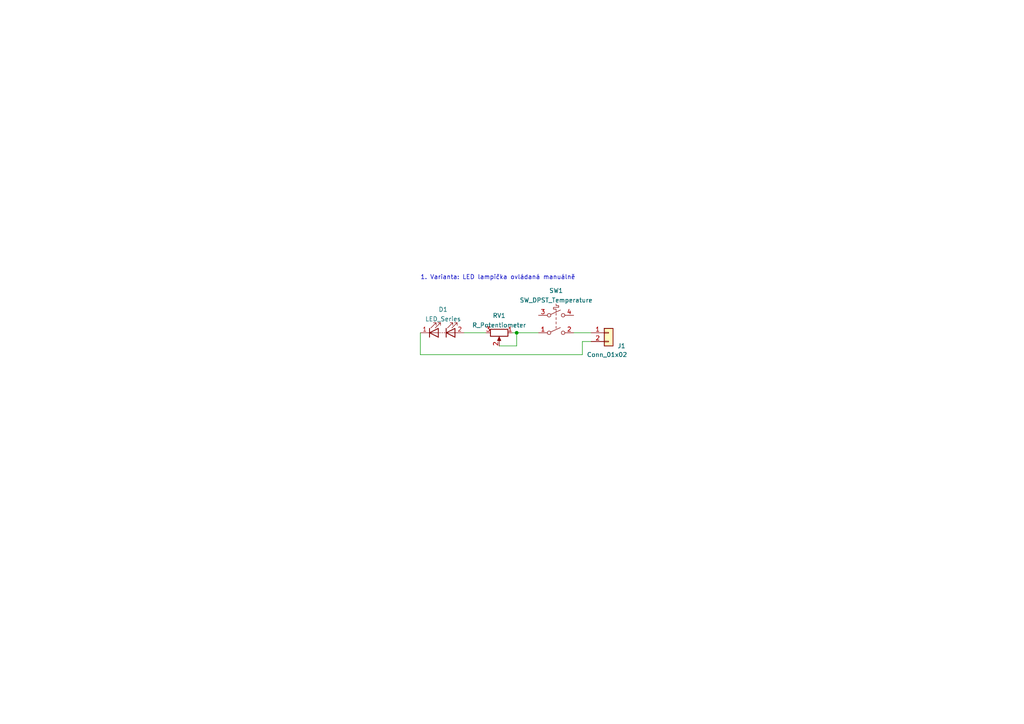
<source format=kicad_sch>
(kicad_sch (version 20211123) (generator eeschema)
  (paper "A4")
  (lib_symbols
    (symbol "Connector_Generic:Conn_01x02" (pin_names (offset 1.016) hide)
      (property "Reference" "J" (at 0 2.54 0))
      (property "Value" "Conn_01x02" (at 0 -5.08 0))
      (symbol "Conn_01x02_1_1"
        (rectangle (start -1.27 -2.413) (end 0 -2.667) (stroke (width 0.1524)))
        (rectangle (start -1.27 0.127) (end 0 -0.127) (stroke (width 0.1524)))
        (rectangle (start -1.27 1.27) (end 1.27 -3.81) (stroke (width 0.254)) (fill (type background)))
        (pin passive line (at -5.08 0 0) (length 3.81) (name "Pin_1") (number "1"))
        (pin passive line (at -5.08 -2.54 0) (length 3.81) (name "Pin_2") (number "2"))
      )
    )
    (symbol "Device:LED_Series" (pin_names (offset 1.016) hide)
      (property "Reference" "D" (at 0 5.715 0))
      (property "Value" "LED_Series" (at 0 3.81 0))
      (symbol "LED_Series_0_1"
        (polyline (pts (xy -3.81 0) (xy -1.016 0)))
        (polyline (pts (xy -3.683 -1.27) (xy -3.683 1.27)) (stroke (width 0.254)))
        (polyline (pts (xy -0.508 0) (xy -0.762 0)))
        (polyline (pts (xy 0.127 0) (xy -0.127 0)))
        (polyline (pts (xy 0.508 0) (xy 0.762 0)))
        (polyline (pts (xy 1.016 0) (xy 3.81 0)))
        (polyline (pts (xy 1.143 -1.27) (xy 1.143 1.27)) (stroke (width 0.254)))
        (polyline (pts (xy -1.143 -1.27) (xy -1.143 1.27) (xy -3.683 0) (xy -1.143 -1.27)) (stroke (width 0.254)))
        (polyline (pts (xy 3.683 -1.27) (xy 3.683 1.27) (xy 1.143 0) (xy 3.683 -1.27)) (stroke (width 0.254)))
        (polyline (pts (xy -3.302 1.397) (xy -1.778 2.921) (xy -2.54 2.921) (xy -1.778 2.921) (xy -1.778 2.159)))
        (polyline (pts (xy -2.032 1.397) (xy -0.508 2.921) (xy -1.27 2.921) (xy -0.508 2.921) (xy -0.508 2.159)))
        (polyline (pts (xy 1.524 1.397) (xy 3.048 2.921) (xy 2.286 2.921) (xy 3.048 2.921) (xy 3.048 2.159)))
        (polyline (pts (xy 2.794 1.397) (xy 4.318 2.921) (xy 3.556 2.921) (xy 4.318 2.921) (xy 4.318 2.159)))
      )
      (symbol "LED_Series_1_1"
        (pin passive line (at -6.35 0 0) (length 2.54) (name "K") (number "1"))
        (pin passive line (at 6.35 0 180) (length 2.54) (name "A") (number "2"))
      )
    )
    (symbol "Device:R_Potentiometer" (pin_names (offset 1.016) hide)
      (property "Reference" "RV" (at -4.445 0 90))
      (property "Value" "R_Potentiometer" (at -2.54 0 90))
      (symbol "R_Potentiometer_0_1"
        (polyline (pts (xy 2.54 0) (xy 1.524 0)))
        (polyline (pts (xy 1.143 0) (xy 2.286 0.508) (xy 2.286 -0.508) (xy 1.143 0)) (fill (type outline)))
        (rectangle (start 1.016 2.54) (end -1.016 -2.54) (stroke (width 0.254)))
      )
      (symbol "R_Potentiometer_1_1"
        (pin passive line (at 0 3.81 270) (length 1.27) (name "1") (number "1"))
        (pin passive line (at 3.81 0 180) (length 1.27) (name "2") (number "2"))
        (pin passive line (at 0 -3.81 90) (length 1.27) (name "3") (number "3"))
      )
    )
    (symbol "Switch:SW_DPST_Temperature" (pin_names (offset 0) hide)
      (property "Reference" "SW" (at 1.524 5.334 0))
      (property "Value" "SW_DPST_Temperature" (at 0 -5.08 0))
      (symbol "SW_DPST_Temperature_0_0"
        (circle (center -2.032 -2.54) (radius 0.508))
        (circle (center -2.032 2.54) (radius 0.508))
        (polyline (pts (xy -1.524 -2.286) (xy 1.27 -1.016)))
        (polyline (pts (xy -1.524 2.794) (xy 1.27 4.064)))
        (polyline (pts (xy 0 -1.27) (xy 0 -0.635)))
        (polyline (pts (xy 0 0) (xy 0 0.635)))
        (polyline (pts (xy 0 1.27) (xy 0 1.905)))
        (polyline (pts (xy 0 2.54) (xy 0 3.175)))
        (polyline (pts (xy 0 3.556) (xy 0 4.318) (xy -0.762 4.318) (xy -0.762 4.826) (xy 0.762 4.826) (xy 0.762 5.334) (xy 0 5.334) (xy 0 5.842)))
        (circle (center 2.032 -2.54) (radius 0.508))
        (circle (center 2.032 2.54) (radius 0.508))
      )
      (symbol "SW_DPST_Temperature_1_1"
        (pin passive line (at -5.08 -2.54 0) (length 2.54) (name "1") (number "1"))
        (pin passive line (at 5.08 -2.54 180) (length 2.54) (name "2") (number "2"))
        (pin passive line (at -5.08 2.54 0) (length 2.54) (name "3") (number "3"))
        (pin passive line (at 5.08 2.54 180) (length 2.54) (name "4") (number "4"))
      )
    )
  )
  (junction (at 149.86 96.52))
  (wire (pts (xy 121.92 102.87) (xy 168.91 102.87)))
  (wire (pts (xy 168.91 102.87) (xy 168.91 99.06)))
  (wire (pts (xy 148.59 96.52) (xy 149.86 96.52)))
  (wire (pts (xy 149.86 96.52) (xy 156.21 96.52)))
  (wire (pts (xy 149.86 100.33) (xy 149.86 96.52)))
  (wire (pts (xy 121.92 96.52) (xy 121.92 102.87)))
  (wire (pts (xy 168.91 99.06) (xy 171.45 99.06)))
  (wire (pts (xy 144.78 100.33) (xy 149.86 100.33)))
  (wire (pts (xy 134.62 96.52) (xy 140.97 96.52)))
  (wire (pts (xy 166.37 96.52) (xy 171.45 96.52)))
  (text "1. Varianta: LED lampička ovládaná manuálně" (at 121.92 81.28 0) (effects (font (size 1.27 1.27)) (justify left bottom)))
  (symbol (lib_id "Connector_Generic:Conn_01x02") (at 176.53 96.52 0) (unit 1)
    (property "Reference" "J1" (at 179.07 100.33 0) (effects (justify left)))
    (property "Value" "Conn_01x02" (at 170.18 102.87 0) (effects (justify left)))
  )
  (symbol (lib_id "Switch:SW_DPST_Temperature") (at 161.29 93.98 0) (unit 1)
    (property "Reference" "SW1" (at 161.29 84.2985 0))
    (property "Value" "SW_DPST_Temperature" (at 161.29 87.0736 0))
  )
  (symbol (lib_id "Device:R_Potentiometer") (at 144.78 96.52 270) (unit 1)
    (property "Reference" "RV1" (at 144.78 91.5375 90))
    (property "Value" "R_Potentiometer" (at 144.78 94.3126 90))
  )
  (symbol (lib_id "Device:LED_Series") (at 128.27 96.52 0) (unit 1)
    (property "Reference" "D1" (at 128.524 89.7595 0))
    (property "Value" "LED_Series" (at 128.524 92.5346 0))
  )
)
</source>
